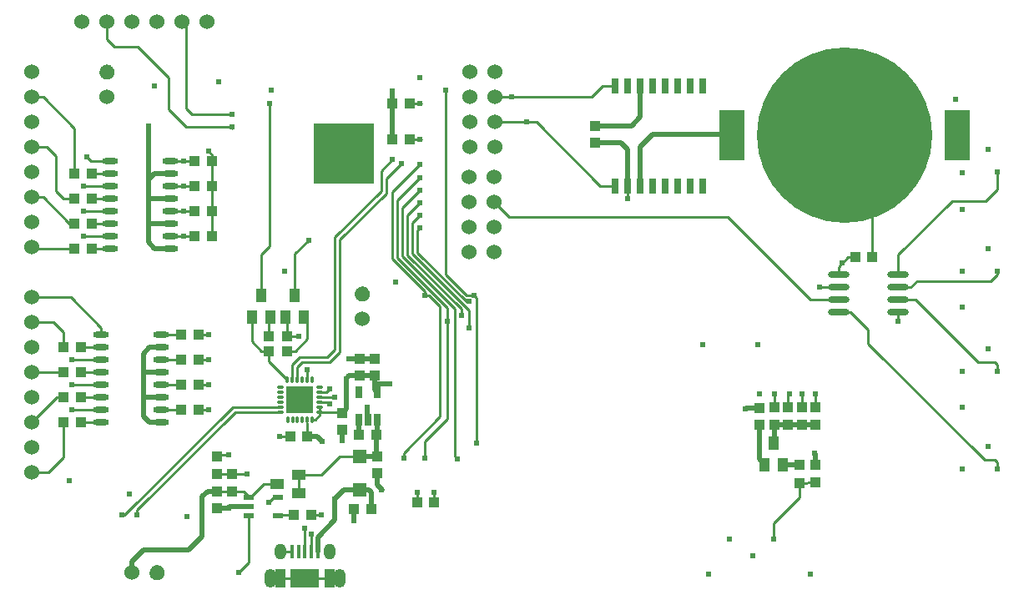
<source format=gbl>
G04 Layer: BottomLayer*
G04 EasyEDA v6.5.39, 2024-01-10 14:41:16*
G04 52a2ae1d1fff4fd0b89a8512cd0fdb0d,3d9c8b04885e45b7839bd8e85c0fd600,10*
G04 Gerber Generator version 0.2*
G04 Scale: 100 percent, Rotated: No, Reflected: No *
G04 Dimensions in millimeters *
G04 leading zeros omitted , absolute positions ,4 integer and 5 decimal *
%FSLAX45Y45*%
%MOMM*%

%AMMACRO1*21,1,$1,$2,0,0,$3*%
%AMMACRO2*4,1,4,0.4999,0.7,-0.4999,0.7,-0.4999,-0.7,0.4999,-0.7,0.4999,0.7,0*%
%AMMACRO3*4,1,4,0.5,0.7,-0.5,0.7,-0.5,-0.7,0.5,-0.7,0.5,0.7,0*%
%AMMACRO4*4,1,4,-0.7,0.4999,-0.7,-0.4999,0.7,-0.4999,0.7,0.4999,-0.7,0.4999,0*%
%AMMACRO5*4,1,4,-0.7,0.5,-0.7,-0.5,0.7,-0.5,0.7,0.5,-0.7,0.5,0*%
%ADD10C,0.5000*%
%ADD11C,0.2540*%
%ADD12C,17.7927*%
%ADD13MACRO1,2.5527X5.0927X0.0000*%
%ADD14MACRO1,1.3X1.3X-90.0000*%
%ADD15MACRO2*%
%ADD16MACRO3*%
%ADD17MACRO4*%
%ADD18MACRO5*%
%ADD19MACRO1,1.6X0.6X-90.0000*%
%ADD20MACRO1,0.6223X1.1049X0.0000*%
%ADD21MACRO1,0.55X1X90.0000*%
%ADD22O,0.7999984X0.2800096*%
%ADD23O,0.2800096X0.7999984*%
%ADD24MACRO1,2.6802X2.6802X0.0000*%
%ADD25O,2.1999956000000003X0.6999986*%
%ADD26O,1.5999968X0.635*%
%ADD27MACRO1,0.4013X1.3005X0.0000*%
%ADD28MACRO1,0.3998X1.3X0.0000*%
%ADD29MACRO1,0.3988X1.3005X0.0000*%
%ADD30MACRO1,2.9002X1.8999X0.0000*%
%ADD31MACRO1,1.0008X1.8999X0.0000*%
%ADD32MACRO1,1.0998X1.0008X90.0000*%
%ADD33MACRO1,1.0998X1.0008X0.0000*%
%ADD34MACRO1,1.0998X1.0008X-90.0000*%
%ADD35MACRO1,1X1.1X-90.0000*%
%ADD36MACRO1,1X1.1X90.0000*%
%ADD37MACRO1,1X1.1X0.0000*%
%ADD38O,1.199896X1.5999968*%
%ADD39O,1.199896X1.8999962*%
%ADD40C,1.5240*%
%ADD41C,0.6096*%
%ADD42C,0.3000*%
%ADD43C,0.0106*%

%LPD*%
G36*
X-1079500Y673100D02*
G01*
X-1079500Y63500D01*
X-469900Y63500D01*
X-469900Y673100D01*
G37*
D10*
X-2755900Y647700D02*
G01*
X-2755900Y647697D01*
X-2755900Y104139D02*
G01*
X-2755900Y647700D01*
X-279400Y1003300D02*
G01*
X-280492Y1002207D01*
X-280492Y878839D01*
X4000500Y-2667000D02*
G01*
X4013189Y-2679689D01*
X4013189Y-2790367D01*
X3302000Y-2222500D02*
G01*
X3312159Y-2212339D01*
X3441700Y-2212339D01*
X-457200Y-1964029D02*
G01*
X-304800Y-1964029D01*
X-1148079Y-2499360D02*
G01*
X-1043940Y-2499360D01*
X-990600Y-2552700D01*
D11*
X-1752600Y-2882900D02*
G01*
X-1757324Y-2878175D01*
X-1906092Y-2878175D01*
X-1270000Y-1071270D02*
G01*
X-1270000Y-647700D01*
X-1130300Y-508000D01*
X0Y-254002D02*
G01*
X-76200Y-330202D01*
X-76200Y-647702D01*
X495300Y-1219202D01*
X495300Y-1397000D01*
X0Y-127002D02*
G01*
X-127000Y-254002D01*
X-127000Y-660402D01*
X419100Y-1206502D01*
X419100Y-1270000D01*
D10*
X-442290Y-2486660D02*
G01*
X-431800Y-2476169D01*
X-431800Y-2327910D01*
X-432892Y-2707639D02*
G01*
X-442290Y-2698242D01*
X-442290Y-2486660D01*
D11*
X279400Y-1333500D02*
G01*
X279400Y-2324102D01*
X50800Y-2552702D01*
X50800Y-2730502D01*
X0Y126997D02*
G01*
X-228600Y-101602D01*
X-228600Y-685802D01*
X279400Y-1193802D01*
X279400Y-1333500D01*
X50800Y-1066800D02*
G01*
X88897Y-1066800D01*
X203200Y-1181102D01*
X203200Y-2298702D01*
X-165100Y-2667002D01*
X-165100Y-2717802D01*
X0Y256539D02*
G01*
X-279400Y-22860D01*
X-279400Y-698502D01*
X50800Y-1028702D01*
X50800Y-1066800D01*
X546100Y-1066800D02*
G01*
X571500Y-1092200D01*
X571500Y-2578102D01*
X264159Y1016000D02*
G01*
X264159Y-861060D01*
X469900Y-1066800D01*
X546100Y-1066800D01*
X355600Y-1371600D02*
G01*
X355600Y-2705102D01*
X381000Y-2730502D01*
X0Y-2D02*
G01*
X-177800Y-177802D01*
X-177800Y-673102D01*
X355600Y-1206502D01*
X355600Y-1371600D01*
X0Y-381002D02*
G01*
X-25400Y-406402D01*
X-25400Y-634997D01*
X469902Y-1130300D01*
X495300Y-1130300D01*
X-1244345Y-1929130D02*
G01*
X-1244345Y-1800605D01*
X-1193800Y-1750060D01*
X-914400Y-1750060D01*
X-812800Y-1648460D01*
X-812800Y-505460D01*
X-342900Y-35560D01*
X-342900Y116839D01*
X-190500Y269239D01*
X-1294384Y-1929130D02*
G01*
X-1294384Y-1774444D01*
X-1219200Y-1699260D01*
X-939800Y-1699260D01*
X-863600Y-1623060D01*
X-863600Y-480060D01*
X-393700Y-10160D01*
X-393700Y193039D01*
X-279400Y307339D01*
X-1231900Y-1483360D02*
G01*
X-1233500Y-1481759D01*
X-1352301Y-1481759D01*
X-1144427Y-1929025D02*
G01*
X-1143000Y-1927598D01*
X-1143000Y-1826260D01*
X-1417320Y-2254757D02*
G01*
X-1876297Y-2254757D01*
X-2870200Y-3248660D01*
X-2870200Y-3299460D01*
X-1417320Y-2204720D02*
G01*
X-1902460Y-2204720D01*
X-2997200Y-3299460D01*
X-3022600Y-3299460D01*
X-914400Y-2169160D02*
G01*
X-927861Y-2155697D01*
X-1017320Y-2155697D01*
X-1017315Y-2105914D02*
G01*
X-863854Y-2105914D01*
X-863600Y-2105660D01*
X-1103375Y-3673475D02*
G01*
X-1103375Y-3489960D01*
X-1168400Y-3673477D02*
G01*
X-1168400Y-3429000D01*
X-1738579Y-3305555D02*
G01*
X-1738579Y-3780739D01*
X-1841500Y-3883660D01*
D10*
X-2058415Y-3058160D02*
G01*
X-2156460Y-3058160D01*
X-2209800Y-3111500D01*
X-2209800Y-3515360D01*
X-2349500Y-3655060D01*
X-2806700Y-3655060D01*
X-2921000Y-3769360D01*
X-2921000Y-3883660D01*
D11*
X-1438579Y-3115564D02*
G01*
X-1479804Y-3115564D01*
X-1536700Y-3172460D01*
X-1168400Y-3941445D02*
G01*
X-918413Y-3941445D01*
X-1418412Y-3941445D02*
G01*
X-1168400Y-3941445D01*
X-1298447Y-3673475D02*
G01*
X-1418336Y-3673475D01*
D10*
X-609600Y-1717039D02*
G01*
X-614679Y-1711960D01*
X-723900Y-1711960D01*
X-787394Y-2430780D02*
G01*
X-792479Y-2435865D01*
X-792479Y-2545080D01*
X-749300Y-1915160D02*
G01*
X-749300Y-1915160D01*
X-718820Y-1884680D01*
X-609600Y-1884680D01*
X-787400Y-2263139D02*
G01*
X-749300Y-2225039D01*
X-749300Y-1915160D01*
X-434340Y-2048510D02*
G01*
X-457200Y-2025650D01*
X-457200Y-1884680D01*
X-528314Y-2327910D02*
G01*
X-533400Y-2322824D01*
X-533400Y-2207260D01*
X-622300Y-2486660D02*
G01*
X-622300Y-2327910D01*
D11*
X-1233424Y-2886964D02*
G01*
X-997204Y-2886964D01*
X-815593Y-2705354D01*
X-610615Y-2705354D01*
X-1017320Y-2055876D02*
G01*
X-953515Y-2055876D01*
X-914400Y-2016760D01*
D10*
X-432892Y-2875280D02*
G01*
X-432892Y-2993567D01*
X-381000Y-3045460D01*
X-609600Y-1717045D02*
G01*
X-457200Y-1717045D01*
D11*
X-1344315Y-1929025D02*
G01*
X-1532305Y-1741035D01*
X-1532305Y-1634159D01*
X-1352295Y-1634236D02*
G01*
X-1264411Y-1634236D01*
X-1143000Y-1512570D01*
X-1143000Y-1323339D01*
X-1175004Y-1291336D01*
X-1532204Y-1634159D02*
G01*
X-1607388Y-1634159D01*
X-1707972Y-1533575D01*
X-1707972Y-1291259D01*
X-1352295Y-1481759D02*
G01*
X-1352295Y-1303959D01*
X-1364995Y-1291259D01*
X-1532305Y-1481759D02*
G01*
X-1532305Y-1305661D01*
X-1517904Y-1291259D01*
X-1315714Y-2499360D02*
G01*
X-1422400Y-2499360D01*
X-1148079Y-2499360D02*
G01*
X-1142898Y-2494178D01*
X-1142898Y-2369794D01*
X-1017320Y-2255773D02*
G01*
X-1017320Y-2283460D01*
X-1062888Y-2329027D01*
X-1090549Y-2329027D01*
X-1017320Y-2255773D02*
G01*
X-1017320Y-2208047D01*
X-787400Y-2263139D02*
G01*
X-794768Y-2255771D01*
X-1017315Y-2255771D01*
D10*
X-863600Y-3134360D02*
G01*
X-863600Y-3134360D01*
X-863600Y-3350260D01*
X-1038352Y-3525012D01*
X-1038352Y-3673602D01*
X-610615Y-3045460D02*
G01*
X-774700Y-3045460D01*
X-863600Y-3134360D01*
X-610615Y-2705354D02*
G01*
X-432815Y-2707639D01*
D11*
X139700Y-3172460D02*
G01*
X139700Y-3070860D01*
X-27940Y-3172460D02*
G01*
X-27940Y-3070860D01*
D10*
X-610692Y-3045460D02*
G01*
X-520700Y-3045460D01*
X-494207Y-3071952D01*
X-494207Y-3238500D01*
X-674215Y-3238502D02*
G01*
X-673100Y-3239617D01*
X-673100Y-3352800D01*
D11*
X-1103784Y-3299460D02*
G01*
X-1003300Y-3299460D01*
X-1438579Y-3305555D02*
G01*
X-1432483Y-3299460D01*
X-1283792Y-3299460D01*
X-1233500Y-2886964D02*
G01*
X-1233500Y-3076955D01*
X-1790700Y-3058160D02*
G01*
X-1739900Y-3108960D01*
X-1714500Y-3108960D01*
X-1587500Y-2981960D01*
X-1453388Y-2981960D01*
D10*
X-1943100Y-3225800D02*
G01*
X-2058492Y-3225800D01*
X-1738629Y-3210560D02*
G01*
X-1741170Y-3213100D01*
X-1930400Y-3213100D01*
X-1943100Y-3225800D01*
D11*
X-1906092Y-3058185D02*
G01*
X-1790700Y-3058185D01*
X-1738579Y-3110306D01*
X-1738579Y-3115564D01*
X-2057400Y-2700352D02*
G01*
X-2046907Y-2689860D01*
X-1943100Y-2689860D01*
X-2057400Y-2880360D02*
G01*
X-2055215Y-2878175D01*
X-1906092Y-2878175D01*
X-2058492Y-3058160D02*
G01*
X-2058466Y-3058185D01*
X-1906092Y-3058185D01*
X-2107084Y294639D02*
G01*
X-2107084Y354484D01*
X-2146300Y393700D01*
X-3530600Y-2232660D02*
G01*
X-3234209Y-2232660D01*
X-3530600Y-1978660D02*
G01*
X-3234207Y-1978660D01*
X-3530600Y-1724660D02*
G01*
X-3234207Y-1724660D01*
X-3937000Y-1089660D02*
G01*
X-3543300Y-1089660D01*
X-3234181Y-1398778D01*
X-3234181Y-1470660D01*
X-3937000Y-2867660D02*
G01*
X-3771900Y-2867660D01*
X-3620515Y-2716276D01*
X-3620515Y-2359660D01*
X-3937000Y-2359660D02*
G01*
X-3683000Y-2105660D01*
X-3620592Y-2105660D01*
X-3937000Y-1851660D02*
G01*
X-3620592Y-1851660D01*
X-3937000Y-1343660D02*
G01*
X-3721100Y-1343660D01*
X-3620515Y-1446276D01*
X-3620515Y-1597660D01*
X-3440582Y-2359660D02*
G01*
X-3234207Y-2359660D01*
X-3440582Y-2105660D02*
G01*
X-3234207Y-2105660D01*
X-3440582Y-1851660D02*
G01*
X-3234207Y-1851660D01*
X-3440582Y-1597660D02*
G01*
X-3234207Y-1597660D01*
X-2246782Y-2232660D02*
G01*
X-2146300Y-2232660D01*
X-2246782Y-1978660D02*
G01*
X-2146300Y-1978660D01*
X-2246782Y-1724660D02*
G01*
X-2146300Y-1724660D01*
X-2246782Y-1470660D02*
G01*
X-2146300Y-1470660D01*
D10*
X-2624201Y-2105660D02*
G01*
X-2806700Y-2105660D01*
X-2624201Y-1851660D02*
G01*
X-2806700Y-1851660D01*
X-2806700Y-1978660D02*
G01*
X-2806700Y-2296160D01*
X-2743200Y-2359660D01*
X-2624073Y-2359660D01*
X-2624073Y-1597660D02*
G01*
X-2743200Y-1597660D01*
X-2806700Y-1661160D01*
X-2806700Y-1978660D01*
D11*
X-2624201Y-2232660D02*
G01*
X-2426792Y-2232660D01*
X-2624201Y-1978660D02*
G01*
X-2426792Y-1978660D01*
X-2624201Y-1724660D02*
G01*
X-2426792Y-1724660D01*
X-2624201Y-1470660D02*
G01*
X-2426792Y-1470660D01*
X-3326282Y-594360D02*
G01*
X-3145307Y-594360D01*
X-3326282Y-340360D02*
G01*
X-3145307Y-340360D01*
X-3326282Y-86360D02*
G01*
X-3145307Y-86360D01*
X-3326282Y167639D02*
G01*
X-3145307Y167639D01*
X4584700Y-683260D02*
G01*
X4584700Y281939D01*
X4305300Y561339D01*
X2108200Y40639D02*
G01*
X2108200Y-99060D01*
X4851400Y-1242060D02*
G01*
X4851400Y-1330960D01*
X3848100Y-2971546D02*
G01*
X4013200Y-2970276D01*
D10*
X3683000Y-2785262D02*
G01*
X3689197Y-2791460D01*
X3848100Y-2791460D01*
X3441700Y-2600960D02*
G01*
X3441700Y-2733954D01*
X3493008Y-2785262D01*
X3441700Y-2379980D02*
G01*
X3441700Y-2600960D01*
D11*
X3591559Y-3540760D02*
G01*
X3591559Y-3377946D01*
X3848100Y-3121660D01*
X3848100Y-2971546D01*
D10*
X3594100Y-2382189D02*
G01*
X3594100Y-2559177D01*
X3588004Y-2565272D01*
X3733800Y-2382189D02*
G01*
X3594100Y-2382189D01*
X3873500Y-2382189D02*
G01*
X3733800Y-2382189D01*
X4013200Y-2382189D02*
G01*
X3873500Y-2382189D01*
D11*
X3594100Y-2067560D02*
G01*
X3594100Y-2202180D01*
X3750894Y-2067560D02*
G01*
X3733800Y-2084654D01*
X3733800Y-2202180D01*
X3873500Y-2067560D02*
G01*
X3873500Y-2202180D01*
X4013200Y-2067560D02*
G01*
X4013200Y-2202180D01*
X4246879Y-1242060D02*
G01*
X4368800Y-1242060D01*
X4546600Y-1419860D01*
X4546600Y-1559560D01*
X5727700Y-2740660D01*
X5829300Y-2740660D01*
X5854700Y-2766060D01*
X5854700Y-2830830D01*
X4851400Y-1115060D02*
G01*
X5029200Y-1115060D01*
X5664200Y-1750060D01*
X5829300Y-1750060D01*
X5854700Y-1775460D01*
X5854700Y-1840230D01*
X4851400Y-988060D02*
G01*
X4978400Y-988060D01*
X5041900Y-924560D01*
X5791200Y-924560D01*
X5854700Y-861060D01*
X5854700Y-824230D01*
X4851400Y-861060D02*
G01*
X4851400Y-657860D01*
X5397500Y-111760D01*
X5740400Y-111760D01*
X5854700Y2539D01*
X5854700Y179069D01*
X4246879Y-861060D02*
G01*
X4246879Y-779780D01*
X4343400Y-683260D01*
X4417059Y-683260D01*
X749300Y-124460D02*
G01*
X901700Y-276860D01*
X3124200Y-276860D01*
X3962400Y-1115060D01*
X4246879Y-1115060D01*
X4246879Y-988060D02*
G01*
X4038600Y-988060D01*
X1079500Y688339D02*
G01*
X1181100Y688339D01*
X1828800Y40639D01*
X1981200Y40639D01*
X762000Y688339D02*
G01*
X1079500Y688339D01*
X927100Y942339D02*
G01*
X1739900Y942339D01*
X1854200Y1056639D01*
X1981200Y1056639D01*
X762000Y942339D02*
G01*
X927100Y942339D01*
D10*
X3162300Y561339D02*
G01*
X2362200Y561339D01*
X2235200Y434339D01*
X2235200Y40639D01*
X1778000Y482600D02*
G01*
X2034545Y482600D01*
X2108200Y408945D01*
X2108200Y40639D01*
X-280492Y878839D02*
G01*
X-280492Y510539D01*
D11*
X-76200Y510539D02*
G01*
X12700Y510539D01*
X-75082Y878839D02*
G01*
X12700Y878839D01*
D10*
X-2535301Y-340360D02*
G01*
X-2755900Y-340360D01*
X-2535301Y-86360D02*
G01*
X-2755900Y-86360D01*
X-2755900Y104139D02*
G01*
X-2755900Y104139D01*
X-2755900Y-530860D01*
X-2692400Y-594360D01*
X-2535301Y-594360D01*
X-2535301Y167639D02*
G01*
X-2692400Y167639D01*
X-2755900Y104139D01*
D11*
X-3145307Y-467360D02*
G01*
X-3416300Y-467360D01*
X-3145307Y-213360D02*
G01*
X-3416300Y-213360D01*
X-3145307Y40639D02*
G01*
X-3416300Y40639D01*
X-3145307Y294639D02*
G01*
X-3340100Y294639D01*
X-3378200Y332739D01*
X-3937000Y-581660D02*
G01*
X-3924300Y-594360D01*
X-3506292Y-594360D01*
X-3937000Y-73660D02*
G01*
X-3821684Y-73660D01*
X-3557270Y-340105D01*
X-3506215Y-340360D01*
X-3937000Y434339D02*
G01*
X-3784600Y434339D01*
X-3695700Y345439D01*
X-3695700Y-10160D01*
X-3619500Y-86360D01*
X-3506292Y-86360D01*
X-3937000Y942339D02*
G01*
X-3822700Y942339D01*
X-3506215Y625855D01*
X-3506215Y167639D01*
X-2107082Y-213360D02*
G01*
X-2107082Y-467360D01*
X-2107082Y40639D02*
G01*
X-2107082Y-213360D01*
X-2107082Y294639D02*
G01*
X-2107082Y40639D01*
X-2400300Y-467360D02*
G01*
X-2287092Y-467360D01*
X-2535301Y-467360D02*
G01*
X-2400300Y-467360D01*
X-2400300Y-213360D02*
G01*
X-2287092Y-213360D01*
X-2535301Y-213360D02*
G01*
X-2400300Y-213360D01*
X-2400300Y40639D02*
G01*
X-2287092Y40639D01*
X-2535301Y40639D02*
G01*
X-2400300Y40639D01*
X-2400300Y294639D02*
G01*
X-2287092Y294639D01*
X-2535301Y294639D02*
G01*
X-2400300Y294639D01*
X-3175000Y1704339D02*
G01*
X-3175000Y1526539D01*
X-3098800Y1450339D01*
X-2860039Y1450339D01*
X-2552700Y1143000D01*
X-2552700Y815339D01*
X-2374900Y637539D01*
X-1917700Y637539D01*
X-1905000Y624839D01*
X-2413000Y1704339D02*
G01*
X-2374900Y1666239D01*
X-2374900Y828039D01*
X-2311400Y764539D01*
X-1905000Y764539D01*
D10*
X1778000Y650239D02*
G01*
X2146300Y650239D01*
X2235200Y739139D01*
X2235200Y1056639D01*
X-609600Y-1884674D02*
G01*
X-457200Y-1884674D01*
D11*
X-1612900Y-1071267D02*
G01*
X-1612900Y-657860D01*
X-1524000Y-568960D01*
X-1524000Y878839D01*
D12*
G01*
X4305300Y558800D03*
D13*
G01*
X3162300Y558800D03*
G01*
X5448300Y558800D03*
D14*
G01*
X-610697Y-3045457D03*
G01*
X-610697Y-2705458D03*
D15*
G01*
X3588014Y-2565273D03*
D16*
G01*
X3493005Y-2785262D03*
G01*
X3683022Y-2785262D03*
D17*
G01*
X-1453489Y-2981960D03*
D18*
G01*
X-1233500Y-3076968D03*
G01*
X-1233500Y-2886951D03*
D15*
G01*
X-1612900Y-1071270D03*
D16*
G01*
X-1707908Y-1291259D03*
G01*
X-1517891Y-1291259D03*
D15*
G01*
X-1270000Y-1071270D03*
D16*
G01*
X-1365008Y-1291259D03*
G01*
X-1174991Y-1291259D03*
D19*
G01*
X1981200Y1056639D03*
G01*
X2108200Y1056639D03*
G01*
X2235200Y1056639D03*
G01*
X2362200Y1056639D03*
G01*
X2489200Y1056639D03*
G01*
X2616200Y1056639D03*
G01*
X2743200Y1056639D03*
G01*
X2870200Y1056639D03*
G01*
X2870200Y40639D03*
G01*
X2743200Y40639D03*
G01*
X2616200Y40639D03*
G01*
X2489200Y40639D03*
G01*
X2362200Y40639D03*
G01*
X2235200Y40639D03*
G01*
X2108200Y40639D03*
G01*
X1981200Y40639D03*
D20*
G01*
X-622294Y-2327912D03*
G01*
X-528314Y-2327912D03*
G01*
X-431800Y-2327912D03*
G01*
X-434334Y-2048512D03*
G01*
X-622294Y-2048512D03*
D21*
G01*
X-1438592Y-3305559D03*
G01*
X-1438592Y-3115560D03*
G01*
X-1738591Y-3115560D03*
G01*
X-1738591Y-3210560D03*
G01*
X-1738591Y-3305559D03*
D22*
G01*
X-1017320Y-2005838D03*
G01*
X-1017320Y-2055876D03*
G01*
X-1017320Y-2105914D03*
G01*
X-1017320Y-2155697D03*
G01*
X-1017320Y-2205736D03*
G01*
X-1017320Y-2255773D03*
D23*
G01*
X-1092860Y-2329027D03*
G01*
X-1142898Y-2329027D03*
G01*
X-1192936Y-2329027D03*
G01*
X-1242720Y-2329027D03*
G01*
X-1292758Y-2329027D03*
G01*
X-1342796Y-2329027D03*
D22*
G01*
X-1417320Y-2254757D03*
G01*
X-1417320Y-2204720D03*
G01*
X-1417320Y-2154681D03*
G01*
X-1417320Y-2104897D03*
G01*
X-1417320Y-2054860D03*
G01*
X-1417320Y-2004822D03*
D23*
G01*
X-1344320Y-1929028D03*
G01*
X-1294282Y-1929028D03*
G01*
X-1244244Y-1929028D03*
G01*
X-1194460Y-1929028D03*
G01*
X-1144422Y-1929028D03*
G01*
X-1094384Y-1929028D03*
D24*
G01*
X-1217320Y-2130298D03*
D25*
G01*
X4851400Y-861060D03*
G01*
X4851400Y-988060D03*
G01*
X4851400Y-1115060D03*
G01*
X4851400Y-1242060D03*
G01*
X4246879Y-861060D03*
G01*
X4246879Y-988060D03*
G01*
X4246879Y-1115060D03*
G01*
X4246879Y-1242060D03*
D26*
G01*
X-3145307Y-594360D03*
G01*
X-3145307Y-467360D03*
G01*
X-3145307Y-340360D03*
G01*
X-3145307Y-213360D03*
G01*
X-3145307Y-86360D03*
G01*
X-3145307Y40639D03*
G01*
X-3145307Y167639D03*
G01*
X-3145307Y294639D03*
G01*
X-2535301Y294639D03*
G01*
X-2535301Y167639D03*
G01*
X-2535301Y40639D03*
G01*
X-2535301Y-86360D03*
G01*
X-2535301Y-213360D03*
G01*
X-2535301Y-340360D03*
G01*
X-2535301Y-467360D03*
G01*
X-2535301Y-594360D03*
G01*
X-2624201Y-1470660D03*
G01*
X-2624201Y-1597660D03*
G01*
X-2624201Y-1724660D03*
G01*
X-2624201Y-1851660D03*
G01*
X-2624201Y-1978660D03*
G01*
X-2624201Y-2105660D03*
G01*
X-2624201Y-2232660D03*
G01*
X-2624201Y-2359660D03*
G01*
X-3234207Y-2359660D03*
G01*
X-3234207Y-2232660D03*
G01*
X-3234207Y-2105660D03*
G01*
X-3234207Y-1978660D03*
G01*
X-3234207Y-1851660D03*
G01*
X-3234207Y-1724660D03*
G01*
X-3234207Y-1597660D03*
G01*
X-3234207Y-1470660D03*
D27*
G01*
X-1298447Y-3673462D03*
G01*
X-1233424Y-3673462D03*
D28*
G01*
X-1168400Y-3673462D03*
D27*
G01*
X-1103375Y-3673462D03*
D29*
G01*
X-1038479Y-3673462D03*
D30*
G01*
X-1168400Y-3941457D03*
D31*
G01*
X-918425Y-3941432D03*
G01*
X-1418399Y-3941432D03*
D32*
G01*
X1778000Y482600D03*
G01*
X1778000Y650239D03*
D33*
G01*
X4584700Y-683260D03*
G01*
X4417059Y-683260D03*
D32*
G01*
X3441700Y-2379980D03*
G01*
X3441700Y-2212339D03*
G01*
X-432897Y-2875280D03*
G01*
X-432897Y-2707639D03*
D34*
G01*
X-609600Y-1717039D03*
G01*
X-609600Y-1884680D03*
D32*
G01*
X-457200Y-1884680D03*
G01*
X-457200Y-1717039D03*
D34*
G01*
X-2058492Y-3058160D03*
G01*
X-2058492Y-3225800D03*
D32*
G01*
X-787400Y-2430780D03*
G01*
X-787400Y-2263139D03*
D33*
G01*
X-1315720Y-2499360D03*
G01*
X-1148079Y-2499360D03*
G01*
X-27940Y-3172460D03*
G01*
X139700Y-3172460D03*
D35*
G01*
X3594100Y-2382187D03*
G01*
X3594100Y-2202177D03*
G01*
X3733800Y-2382187D03*
G01*
X3733800Y-2202177D03*
G01*
X3873500Y-2382187D03*
G01*
X3873500Y-2202177D03*
G01*
X4013200Y-2382187D03*
G01*
X4013200Y-2202177D03*
D36*
G01*
X4013200Y-2790355D03*
G01*
X4013200Y-2970364D03*
G01*
X3848100Y-2791462D03*
G01*
X3848100Y-2971472D03*
D37*
G01*
X-494195Y-3238500D03*
G01*
X-674204Y-3238500D03*
G01*
X-622287Y-2486660D03*
G01*
X-442277Y-2486660D03*
D36*
G01*
X-2057400Y-2700337D03*
G01*
X-2057400Y-2880347D03*
G01*
X-1906092Y-2878162D03*
G01*
X-1906092Y-3058172D03*
D37*
G01*
X-1103795Y-3299460D03*
G01*
X-1283804Y-3299460D03*
G01*
X-1352283Y-1481759D03*
G01*
X-1532293Y-1481759D03*
G01*
X-1532293Y-1634159D03*
G01*
X-1352283Y-1634159D03*
G01*
X-100495Y510539D03*
G01*
X-280504Y510539D03*
G01*
X-100495Y878839D03*
G01*
X-280504Y878839D03*
G01*
X-2107095Y-467360D03*
G01*
X-2287104Y-467360D03*
G01*
X-2107095Y-213360D03*
G01*
X-2287104Y-213360D03*
G01*
X-2107095Y40639D03*
G01*
X-2287104Y40639D03*
G01*
X-2107095Y294639D03*
G01*
X-2287104Y294639D03*
G01*
X-3326295Y167639D03*
G01*
X-3506304Y167639D03*
G01*
X-3326295Y-86360D03*
G01*
X-3506304Y-86360D03*
G01*
X-3326295Y-340360D03*
G01*
X-3506304Y-340360D03*
G01*
X-3326295Y-594360D03*
G01*
X-3506304Y-594360D03*
G01*
X-2426804Y-1470660D03*
G01*
X-2246795Y-1470660D03*
G01*
X-2426804Y-1724660D03*
G01*
X-2246795Y-1724660D03*
G01*
X-2426804Y-1978660D03*
G01*
X-2246795Y-1978660D03*
G01*
X-2426804Y-2232660D03*
G01*
X-2246795Y-2232660D03*
G01*
X-3620604Y-2359660D03*
G01*
X-3440595Y-2359660D03*
G01*
X-3620604Y-2105660D03*
G01*
X-3440595Y-2105660D03*
G01*
X-3620604Y-1851660D03*
G01*
X-3440595Y-1851660D03*
G01*
X-3620604Y-1597660D03*
G01*
X-3440595Y-1597660D03*
D38*
G01*
X-918463Y-3673475D03*
G01*
X-1418336Y-3673475D03*
D39*
G01*
X-1518411Y-3941445D03*
G01*
X-818388Y-3941445D03*
D40*
G01*
X-2667000Y1704339D03*
G01*
X-2413000Y1704339D03*
G01*
X-2159000Y1704339D03*
G36*
X-2590822Y-3885559D02*
G01*
X-2591391Y-3893134D01*
X-2592710Y-3900617D01*
X-2594767Y-3907929D01*
X-2597543Y-3915001D01*
X-2601008Y-3921760D01*
X-2605130Y-3928140D01*
X-2609867Y-3934081D01*
X-2615171Y-3939519D01*
X-2620990Y-3944401D01*
X-2627266Y-3948681D01*
X-2633936Y-3952313D01*
X-2640937Y-3955265D01*
X-2648196Y-3957502D01*
X-2655643Y-3959009D01*
X-2663202Y-3959766D01*
X-2670797Y-3959766D01*
X-2678356Y-3959009D01*
X-2685803Y-3957502D01*
X-2693062Y-3955265D01*
X-2700063Y-3952313D01*
X-2706733Y-3948681D01*
X-2713009Y-3944401D01*
X-2718828Y-3939519D01*
X-2724132Y-3934081D01*
X-2728869Y-3928140D01*
X-2732991Y-3921760D01*
X-2736456Y-3915001D01*
X-2739232Y-3907929D01*
X-2741289Y-3900617D01*
X-2742608Y-3893134D01*
X-2743177Y-3885559D01*
X-2742986Y-3877965D01*
X-2742041Y-3870429D01*
X-2740352Y-3863022D01*
X-2737932Y-3855821D01*
X-2734807Y-3848897D01*
X-2731010Y-3842318D01*
X-2726575Y-3836149D01*
X-2721549Y-3830454D01*
X-2715981Y-3825288D01*
X-2709926Y-3820701D01*
X-2703443Y-3816738D01*
X-2696598Y-3813444D01*
X-2689461Y-3810845D01*
X-2682097Y-3808971D01*
X-2674586Y-3807838D01*
X-2667000Y-3807460D01*
X-2659413Y-3807838D01*
X-2651902Y-3808971D01*
X-2644538Y-3810845D01*
X-2637401Y-3813444D01*
X-2630556Y-3816738D01*
X-2624073Y-3820701D01*
X-2618018Y-3825288D01*
X-2612450Y-3830454D01*
X-2607424Y-3836149D01*
X-2602989Y-3842318D01*
X-2599192Y-3848897D01*
X-2596067Y-3855821D01*
X-2593647Y-3863022D01*
X-2591958Y-3870429D01*
X-2591013Y-3877965D01*
G37*
G01*
X-2921000Y-3883660D03*
G01*
X762000Y434339D03*
G01*
X762000Y688339D03*
G01*
X762000Y942339D03*
G01*
X762000Y1196339D03*
G01*
X749300Y-632460D03*
G01*
X749300Y-378460D03*
G01*
X749300Y-124460D03*
G01*
X749300Y129539D03*
G01*
X495300Y-632460D03*
G01*
X495300Y-378460D03*
G01*
X495300Y-124460D03*
G01*
X495300Y129539D03*
G01*
X508000Y434339D03*
G01*
X508000Y688339D03*
G01*
X508000Y942339D03*
G01*
X508000Y1196339D03*
G01*
X-3937000Y-581660D03*
G01*
X-3937000Y-327660D03*
G01*
X-3937000Y-73660D03*
G01*
X-3937000Y180339D03*
G01*
X-3937000Y434339D03*
G01*
X-3937000Y688339D03*
G01*
X-3937000Y942339D03*
G01*
X-3937000Y1196339D03*
G01*
X-3937000Y-1089660D03*
G01*
X-3937000Y-1343660D03*
G01*
X-3937000Y-1597660D03*
G01*
X-3937000Y-1851660D03*
G01*
X-3937000Y-2105660D03*
G01*
X-3937000Y-2359660D03*
G01*
X-3937000Y-2613660D03*
G01*
X-3937000Y-2867660D03*
G36*
X-3173100Y1272517D02*
G01*
X-3165525Y1271948D01*
X-3158042Y1270629D01*
X-3150730Y1268572D01*
X-3143658Y1265796D01*
X-3136900Y1262331D01*
X-3130519Y1258209D01*
X-3124578Y1253472D01*
X-3119140Y1248168D01*
X-3114258Y1242349D01*
X-3109978Y1236073D01*
X-3106346Y1229403D01*
X-3103394Y1222402D01*
X-3101157Y1215143D01*
X-3099650Y1207696D01*
X-3098893Y1200137D01*
X-3098893Y1192542D01*
X-3099650Y1184983D01*
X-3101157Y1177536D01*
X-3103394Y1170277D01*
X-3106346Y1163276D01*
X-3109978Y1156606D01*
X-3114258Y1150330D01*
X-3119140Y1144511D01*
X-3124578Y1139207D01*
X-3130519Y1134470D01*
X-3136900Y1130348D01*
X-3143658Y1126883D01*
X-3150730Y1124107D01*
X-3158042Y1122050D01*
X-3165525Y1120731D01*
X-3173100Y1120162D01*
X-3180694Y1120353D01*
X-3188230Y1121298D01*
X-3195637Y1122987D01*
X-3202838Y1125407D01*
X-3209762Y1128532D01*
X-3216341Y1132329D01*
X-3222510Y1136764D01*
X-3228205Y1141790D01*
X-3233371Y1147358D01*
X-3237958Y1153413D01*
X-3241921Y1159896D01*
X-3245215Y1166741D01*
X-3247814Y1173878D01*
X-3249688Y1181242D01*
X-3250821Y1188753D01*
X-3251200Y1196339D01*
X-3250821Y1203926D01*
X-3249688Y1211437D01*
X-3247814Y1218801D01*
X-3245215Y1225938D01*
X-3241921Y1232783D01*
X-3237958Y1239265D01*
X-3233371Y1245321D01*
X-3228205Y1250889D01*
X-3222510Y1255915D01*
X-3216341Y1260350D01*
X-3209762Y1264147D01*
X-3202838Y1267272D01*
X-3195637Y1269692D01*
X-3188230Y1271381D01*
X-3180694Y1272326D01*
G37*
G01*
X-3175000Y942339D03*
G01*
X-3429000Y1704339D03*
G01*
X-3175000Y1704339D03*
G01*
X-2921000Y1704339D03*
G36*
X-582300Y-979040D02*
G01*
X-574725Y-979609D01*
X-567242Y-980927D01*
X-559930Y-982985D01*
X-552858Y-985761D01*
X-546100Y-989225D01*
X-539719Y-993348D01*
X-533778Y-998085D01*
X-528340Y-1003388D01*
X-523458Y-1009208D01*
X-519178Y-1015484D01*
X-515546Y-1022154D01*
X-512594Y-1029154D01*
X-510357Y-1036413D01*
X-508850Y-1043861D01*
X-508093Y-1051420D01*
X-508093Y-1059014D01*
X-508850Y-1066573D01*
X-510357Y-1074021D01*
X-512594Y-1081280D01*
X-515546Y-1088280D01*
X-519178Y-1094950D01*
X-523458Y-1101227D01*
X-528340Y-1107046D01*
X-533778Y-1112349D01*
X-539719Y-1117086D01*
X-546100Y-1121209D01*
X-552858Y-1124673D01*
X-559930Y-1127450D01*
X-567242Y-1129507D01*
X-574725Y-1130825D01*
X-582300Y-1131394D01*
X-589894Y-1131204D01*
X-597430Y-1130259D01*
X-604837Y-1128570D01*
X-612038Y-1126149D01*
X-618962Y-1123025D01*
X-625541Y-1119228D01*
X-631710Y-1114793D01*
X-637405Y-1109766D01*
X-642571Y-1104198D01*
X-647158Y-1098143D01*
X-651121Y-1091661D01*
X-654415Y-1084816D01*
X-657014Y-1077678D01*
X-658888Y-1070315D01*
X-660021Y-1062804D01*
X-660400Y-1055217D01*
X-660021Y-1047630D01*
X-658888Y-1040119D01*
X-657014Y-1032756D01*
X-654415Y-1025618D01*
X-651121Y-1018773D01*
X-647158Y-1012291D01*
X-642571Y-1006236D01*
X-637405Y-1000668D01*
X-631710Y-995641D01*
X-625541Y-991207D01*
X-618962Y-987409D01*
X-612038Y-984285D01*
X-604837Y-981864D01*
X-597430Y-980175D01*
X-589894Y-979230D01*
G37*
G01*
X-584200Y-1309217D03*
D41*
G01*
X-1905000Y764539D03*
G01*
X-1905000Y637539D03*
G01*
X-2400300Y294639D03*
G01*
X-2400300Y40639D03*
G01*
X-2400300Y-213360D03*
G01*
X-2400300Y-467360D03*
G01*
X-3416300Y40639D03*
G01*
X-3416300Y-213360D03*
G01*
X-3416300Y-467360D03*
G01*
X-3378200Y332739D03*
G01*
X0Y878839D03*
G01*
X0Y510539D03*
G01*
X927100Y942339D03*
G01*
X1079500Y688339D03*
G01*
X4051300Y-988060D03*
G01*
X5854700Y-2830956D03*
G01*
X5854700Y-1840356D03*
G01*
X5854700Y-824356D03*
G01*
X5854700Y178943D03*
G01*
X4013200Y-2067560D03*
G01*
X3873500Y-2067560D03*
G01*
X3750894Y-2067560D03*
G01*
X3594100Y-2067560D03*
G01*
X3441700Y-2067560D03*
G01*
X3430904Y-1572260D03*
G01*
X2870911Y-1572260D03*
G01*
X3591686Y-3540760D03*
G01*
X3956684Y-3896360D03*
G01*
X2926689Y-3896360D03*
G01*
X3378200Y-3715765D03*
G01*
X3441700Y-2600960D03*
G01*
X4305300Y561339D03*
G01*
X4851400Y-1330960D03*
G01*
X5435600Y916939D03*
G01*
X5499100Y-201777D03*
G01*
X5499100Y-1191260D03*
G01*
X5499100Y-2207260D03*
G01*
X5765800Y-2600960D03*
G01*
X5765800Y-1610360D03*
G01*
X5765800Y-594360D03*
G01*
X5765800Y408939D03*
G01*
X2108200Y-86360D03*
G01*
X-2146300Y-1470660D03*
G01*
X-2146300Y-1724660D03*
G01*
X-2146300Y-1978660D03*
G01*
X-2146300Y-2232660D03*
G01*
X-3530600Y-1724660D03*
G01*
X-3530600Y-1978660D03*
G01*
X-3530600Y-2232660D03*
G01*
X-2806700Y-1978660D03*
G01*
X-2946400Y-3083560D03*
G01*
X-2146300Y393700D03*
G01*
X-2044700Y1094739D03*
G01*
X-2692400Y1056639D03*
G01*
X-1943100Y-2689860D03*
G01*
X-1943100Y-3225800D03*
G01*
X-1003300Y-3299460D03*
G01*
X-673100Y-3352800D03*
G01*
X139700Y-3070860D03*
G01*
X-27940Y-3070860D03*
G01*
X-1422400Y-2499360D03*
G01*
X-387350Y-3039110D03*
G01*
X-914400Y-2016760D03*
G01*
X-533400Y-2207260D03*
G01*
X-792479Y-2545080D03*
G01*
X-723900Y-1711960D03*
G01*
X-1536700Y-3172460D03*
G01*
X-1841500Y-3883660D03*
G01*
X-1103375Y-3489960D03*
G01*
X-1168400Y-3429000D03*
G01*
X-863600Y-2105660D03*
G01*
X-914400Y-2169160D03*
G01*
X-2870200Y-3299460D03*
G01*
X-3022600Y-3299460D03*
G01*
X-1143000Y-1826260D03*
G01*
X-1231900Y-1483360D03*
D42*
G01*
X-774700Y370839D03*
D41*
G01*
X0Y1143000D03*
G01*
X-1374140Y-822960D03*
G01*
X-190500Y269239D03*
G01*
X-279400Y307339D03*
G01*
X-1524000Y878839D03*
G01*
X264159Y1016000D03*
G01*
X0Y256539D03*
G01*
X0Y127000D03*
G01*
X0Y0D03*
G01*
X0Y-127000D03*
G01*
X0Y-254000D03*
G01*
X0Y-381000D03*
G01*
X-247650Y-933450D03*
G01*
X381000Y-2730500D03*
G01*
X50800Y-2717800D03*
G01*
X-165100Y-2717800D03*
G01*
X571500Y-2565400D03*
G01*
X419100Y-1270000D03*
G01*
X495300Y-1130300D03*
G01*
X495300Y-1397000D03*
G01*
X279400Y-1333500D03*
G01*
X50800Y-1066800D03*
G01*
X546100Y-1066800D03*
G01*
X-1130300Y-508000D03*
G01*
X-1752600Y-2882900D03*
G01*
X-863600Y-3134360D03*
G01*
X-990600Y-2552700D03*
G01*
X-304800Y-1964029D03*
G01*
X2235200Y800100D03*
G01*
X4279900Y-736600D03*
G01*
X5499100Y177800D03*
G01*
X5499100Y-825500D03*
G01*
X5499100Y-1841500D03*
G01*
X5499100Y-2832100D03*
G01*
X3302000Y-2222500D03*
G01*
X4000500Y-2667000D03*
G01*
X3136900Y-3543300D03*
G01*
X-749300Y-1915160D03*
G01*
X-1511300Y1016000D03*
G01*
X-279400Y1003300D03*
G01*
X-2755900Y647700D03*
G01*
X-2362200Y-3314700D03*
G01*
X-3556000Y-2946400D03*
G01*
X5448300Y558800D03*
G01*
X3162300Y561339D03*
D42*
G01*
X-774700Y469900D03*
G01*
X-774700Y571500D03*
G01*
X-774700Y266700D03*
G01*
X-774700Y152400D03*
G01*
X-660400Y152400D03*
G01*
X-660400Y266700D03*
G01*
X-660400Y370839D03*
G01*
X-660400Y469900D03*
G01*
X-660400Y571500D03*
G01*
X-889000Y152400D03*
G01*
X-889000Y266700D03*
G01*
X-889000Y370839D03*
G01*
X-889000Y469900D03*
G01*
X-889000Y571500D03*
G01*
X-546100Y571500D03*
G01*
X-546100Y469900D03*
G01*
X-546100Y370839D03*
G01*
X-546100Y266700D03*
G01*
X-546100Y152400D03*
G01*
X-1003300Y571500D03*
G01*
X-1003300Y469900D03*
G01*
X-1003300Y370839D03*
G01*
X-1003300Y266700D03*
G01*
X-1003300Y152400D03*
M02*

</source>
